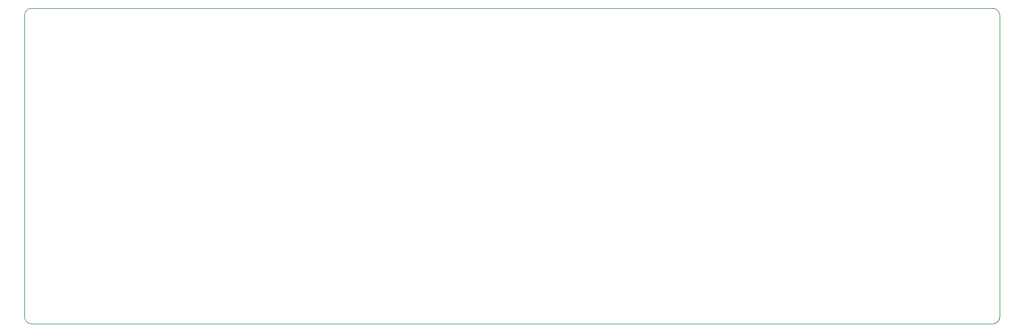
<source format=gm1>
%TF.GenerationSoftware,KiCad,Pcbnew,8.0.5*%
%TF.CreationDate,2024-12-09T00:18:15-08:00*%
%TF.ProjectId,newbatt,6e657762-6174-4742-9e6b-696361645f70,3*%
%TF.SameCoordinates,Original*%
%TF.FileFunction,Profile,NP*%
%FSLAX46Y46*%
G04 Gerber Fmt 4.6, Leading zero omitted, Abs format (unit mm)*
G04 Created by KiCad (PCBNEW 8.0.5) date 2024-12-09 00:18:15*
%MOMM*%
%LPD*%
G01*
G04 APERTURE LIST*
%TA.AperFunction,Profile*%
%ADD10C,0.050000*%
%TD*%
G04 APERTURE END LIST*
D10*
X154000000Y-59000000D02*
G75*
G02*
X153000000Y-60000000I-1000000J0D01*
G01*
X15000000Y-16000000D02*
G75*
G02*
X16000000Y-15000000I1000000J0D01*
G01*
X15000000Y-16000000D02*
X15000000Y-59000000D01*
X154000000Y-59000000D02*
X154000000Y-16000000D01*
X16000000Y-15000000D02*
X153000000Y-15000000D01*
X16000000Y-60000000D02*
G75*
G02*
X15000000Y-59000000I0J1000000D01*
G01*
X16000000Y-60000000D02*
X153000000Y-60000000D01*
X153000000Y-15000000D02*
G75*
G02*
X154000000Y-16000000I0J-1000000D01*
G01*
M02*

</source>
